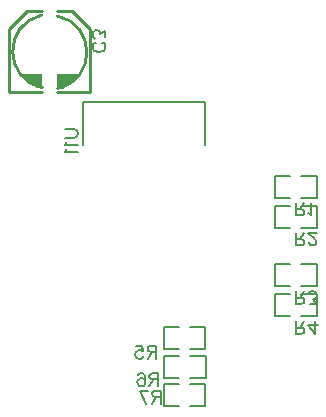
<source format=gbo>
G04 Layer: BottomSilkscreenLayer*
G04 EasyEDA v6.5.9, 2022-12-22 19:00:11*
G04 6f40e2f5e4d2417a89e148ba27438c90,5dd06754fdd742daa6fe38bf62b7df6b,10*
G04 Gerber Generator version 0.2*
G04 Scale: 100 percent, Rotated: No, Reflected: No *
G04 Dimensions in millimeters *
G04 leading zeros omitted , absolute positions ,4 integer and 5 decimal *
%FSLAX45Y45*%
%MOMM*%

%ADD10C,0.1524*%
%ADD11C,0.2540*%

%LPD*%
D10*
X2720408Y6961378D02*
G01*
X2730822Y6956044D01*
X2741236Y6945629D01*
X2746316Y6935470D01*
X2746316Y6914642D01*
X2741236Y6904228D01*
X2730822Y6893813D01*
X2720408Y6888479D01*
X2704660Y6883400D01*
X2678752Y6883400D01*
X2663258Y6888479D01*
X2652844Y6893813D01*
X2642430Y6904228D01*
X2637350Y6914642D01*
X2637350Y6935470D01*
X2642430Y6945629D01*
X2652844Y6956044D01*
X2663258Y6961378D01*
X2746316Y7006081D02*
G01*
X2746316Y7063231D01*
X2704660Y7031989D01*
X2704660Y7047484D01*
X2699580Y7057897D01*
X2694500Y7063231D01*
X2678752Y7068312D01*
X2668338Y7068312D01*
X2652844Y7063231D01*
X2642430Y7052818D01*
X2637350Y7037070D01*
X2637350Y7021576D01*
X2642430Y7006081D01*
X2647510Y7000747D01*
X2657924Y6995668D01*
X2401384Y6229281D02*
G01*
X2479362Y6229281D01*
X2494856Y6224201D01*
X2505270Y6213787D01*
X2510350Y6198039D01*
X2510350Y6187625D01*
X2505270Y6172131D01*
X2494856Y6161717D01*
X2479362Y6156637D01*
X2401384Y6156637D01*
X2422212Y6122347D02*
G01*
X2416878Y6111933D01*
X2401384Y6096185D01*
X2510350Y6096185D01*
X2422212Y6061895D02*
G01*
X2416878Y6051481D01*
X2401384Y6035987D01*
X2510350Y6035987D01*
X4358200Y5498084D02*
G01*
X4358200Y5607050D01*
X4358200Y5498084D02*
G01*
X4404936Y5498084D01*
X4420430Y5503163D01*
X4425764Y5508497D01*
X4430844Y5518912D01*
X4430844Y5529326D01*
X4425764Y5539739D01*
X4420430Y5544820D01*
X4404936Y5549900D01*
X4358200Y5549900D01*
X4394522Y5549900D02*
G01*
X4430844Y5607050D01*
X4465134Y5518912D02*
G01*
X4475548Y5513578D01*
X4491296Y5498084D01*
X4491296Y5607050D01*
X4358200Y5244084D02*
G01*
X4358200Y5353050D01*
X4358200Y5244084D02*
G01*
X4404936Y5244084D01*
X4420430Y5249163D01*
X4425764Y5254497D01*
X4430844Y5264912D01*
X4430844Y5275326D01*
X4425764Y5285739D01*
X4420430Y5290820D01*
X4404936Y5295900D01*
X4358200Y5295900D01*
X4394522Y5295900D02*
G01*
X4430844Y5353050D01*
X4470468Y5269992D02*
G01*
X4470468Y5264912D01*
X4475548Y5254497D01*
X4480882Y5249163D01*
X4491296Y5244084D01*
X4511870Y5244084D01*
X4522284Y5249163D01*
X4527618Y5254497D01*
X4532698Y5264912D01*
X4532698Y5275326D01*
X4527618Y5285739D01*
X4517204Y5301234D01*
X4465134Y5353050D01*
X4538032Y5353050D01*
X4358200Y4748784D02*
G01*
X4358200Y4857750D01*
X4358200Y4748784D02*
G01*
X4404936Y4748784D01*
X4420430Y4753863D01*
X4425764Y4759197D01*
X4430844Y4769612D01*
X4430844Y4780026D01*
X4425764Y4790439D01*
X4420430Y4795520D01*
X4404936Y4800600D01*
X4358200Y4800600D01*
X4394522Y4800600D02*
G01*
X4430844Y4857750D01*
X4475548Y4748784D02*
G01*
X4532698Y4748784D01*
X4501710Y4790439D01*
X4517204Y4790439D01*
X4527618Y4795520D01*
X4532698Y4800600D01*
X4538032Y4816347D01*
X4538032Y4826762D01*
X4532698Y4842255D01*
X4522284Y4852670D01*
X4506790Y4857750D01*
X4491296Y4857750D01*
X4475548Y4852670D01*
X4470468Y4847589D01*
X4465134Y4837176D01*
X4358200Y4494784D02*
G01*
X4358200Y4603750D01*
X4358200Y4494784D02*
G01*
X4404936Y4494784D01*
X4420430Y4499863D01*
X4425764Y4505197D01*
X4430844Y4515612D01*
X4430844Y4526026D01*
X4425764Y4536439D01*
X4420430Y4541520D01*
X4404936Y4546600D01*
X4358200Y4546600D01*
X4394522Y4546600D02*
G01*
X4430844Y4603750D01*
X4517204Y4494784D02*
G01*
X4465134Y4567428D01*
X4543112Y4567428D01*
X4517204Y4494784D02*
G01*
X4517204Y4603750D01*
X3177100Y4395215D02*
G01*
X3177100Y4286250D01*
X3177100Y4395215D02*
G01*
X3130364Y4395215D01*
X3114870Y4390136D01*
X3109536Y4384802D01*
X3104456Y4374387D01*
X3104456Y4363973D01*
X3109536Y4353560D01*
X3114870Y4348479D01*
X3130364Y4343400D01*
X3177100Y4343400D01*
X3140778Y4343400D02*
G01*
X3104456Y4286250D01*
X3007682Y4395215D02*
G01*
X3059752Y4395215D01*
X3064832Y4348479D01*
X3059752Y4353560D01*
X3044004Y4358894D01*
X3028510Y4358894D01*
X3013016Y4353560D01*
X3002602Y4343400D01*
X2997268Y4327652D01*
X2997268Y4317237D01*
X3002602Y4301744D01*
X3013016Y4291329D01*
X3028510Y4286250D01*
X3044004Y4286250D01*
X3059752Y4291329D01*
X3064832Y4296410D01*
X3070166Y4306823D01*
X3191659Y4161802D02*
G01*
X3191659Y4052836D01*
X3191659Y4161802D02*
G01*
X3144923Y4161802D01*
X3129429Y4156722D01*
X3124095Y4151388D01*
X3119015Y4140974D01*
X3119015Y4130560D01*
X3124095Y4120146D01*
X3129429Y4115066D01*
X3144923Y4109986D01*
X3191659Y4109986D01*
X3155337Y4109986D02*
G01*
X3119015Y4052836D01*
X3022241Y4146308D02*
G01*
X3027575Y4156722D01*
X3043069Y4161802D01*
X3053483Y4161802D01*
X3068977Y4156722D01*
X3079391Y4140974D01*
X3084725Y4115066D01*
X3084725Y4089158D01*
X3079391Y4068330D01*
X3068977Y4057916D01*
X3053483Y4052836D01*
X3048149Y4052836D01*
X3032655Y4057916D01*
X3022241Y4068330D01*
X3017161Y4083824D01*
X3017161Y4089158D01*
X3022241Y4104652D01*
X3032655Y4115066D01*
X3048149Y4120146D01*
X3053483Y4120146D01*
X3068977Y4115066D01*
X3079391Y4104652D01*
X3084725Y4089158D01*
X3215200Y4014215D02*
G01*
X3215200Y3905250D01*
X3215200Y4014215D02*
G01*
X3168464Y4014215D01*
X3152970Y4009136D01*
X3147636Y4003802D01*
X3142556Y3993387D01*
X3142556Y3982973D01*
X3147636Y3972560D01*
X3152970Y3967479D01*
X3168464Y3962400D01*
X3215200Y3962400D01*
X3178878Y3962400D02*
G01*
X3142556Y3905250D01*
X3035368Y4014215D02*
G01*
X3087438Y3905250D01*
X3108266Y4014215D02*
G01*
X3035368Y4014215D01*
G36*
X2034082Y6699402D02*
G01*
X2084882Y6635902D01*
X2097582Y6629400D01*
X2166874Y6579362D01*
X2206447Y6579362D01*
X2211882Y6584797D01*
X2211882Y6699402D01*
G37*
G36*
X2338882Y6697980D02*
G01*
X2338882Y6578244D01*
X2344318Y6572808D01*
X2383942Y6572808D01*
X2443022Y6624320D01*
X2465882Y6629400D01*
X2516682Y6697980D01*
G37*
D11*
X2211900Y6546850D02*
G01*
X1932500Y6546850D01*
X1932500Y7073900D01*
X2084900Y7226300D01*
X2211900Y7226300D01*
X2338900Y6546850D02*
G01*
X2618300Y6546850D01*
X2618300Y7073900D01*
X2465900Y7226300D01*
X2338900Y7226300D01*
D10*
X2559880Y6094630D02*
G01*
X2559880Y6462013D01*
X3591120Y6094630D02*
G01*
X3591120Y6462013D01*
X2559880Y6462013D02*
G01*
X3591120Y6462013D01*
X4405820Y5832109D02*
G01*
X4534314Y5832109D01*
X4534314Y5648690D01*
X4405820Y5648690D01*
X4310580Y5832109D02*
G01*
X4182087Y5832109D01*
X4182087Y5648690D01*
X4310580Y5648690D01*
X4405820Y5578109D02*
G01*
X4534314Y5578109D01*
X4534314Y5394690D01*
X4405820Y5394690D01*
X4310580Y5578109D02*
G01*
X4182087Y5578109D01*
X4182087Y5394690D01*
X4310580Y5394690D01*
X4405820Y5082809D02*
G01*
X4534314Y5082809D01*
X4534314Y4899390D01*
X4405820Y4899390D01*
X4310580Y5082809D02*
G01*
X4182087Y5082809D01*
X4182087Y4899390D01*
X4310580Y4899390D01*
X4405820Y4828809D02*
G01*
X4534314Y4828809D01*
X4534314Y4645390D01*
X4405820Y4645390D01*
X4310580Y4828809D02*
G01*
X4182087Y4828809D01*
X4182087Y4645390D01*
X4310580Y4645390D01*
X3368921Y4365990D02*
G01*
X3240427Y4365990D01*
X3240427Y4549409D01*
X3368921Y4549409D01*
X3464161Y4365990D02*
G01*
X3592654Y4365990D01*
X3592654Y4549409D01*
X3464161Y4549409D01*
X3370780Y4124690D02*
G01*
X3242287Y4124690D01*
X3242287Y4308109D01*
X3370780Y4308109D01*
X3466020Y4124690D02*
G01*
X3594514Y4124690D01*
X3594514Y4308109D01*
X3466020Y4308109D01*
X3368921Y3883390D02*
G01*
X3240427Y3883390D01*
X3240427Y4066809D01*
X3368921Y4066809D01*
X3464161Y3883390D02*
G01*
X3592654Y3883390D01*
X3592654Y4066809D01*
X3464161Y4066809D01*
D11*
G75*
G01*
X2211901Y6578600D02*
G02*
X2206567Y7194042I64603J308304D01*
G75*
G01*
X2338901Y7188200D02*
G02*
X2344235Y6572758I-64603J-308304D01*
M02*

</source>
